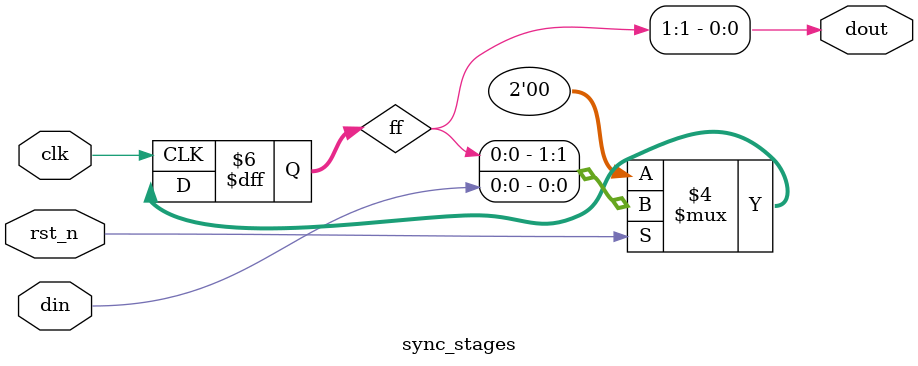
<source format=v>
module sync_stages #(parameter STAGES = 2) (
    input  wire clk,        // destination clock (e.g., SM clock)
    input  wire din,        // asynchronous input (source domain)
    input  wire rst_n,      // synchronous active-low reset
    output wire dout        // synchronized output
);
    // shift register of flip-flops
    reg [STAGES-1:0] ff;
    always @(posedge clk) begin
        if (!rst_n) ff <= {STAGES{1'b0}};   // synchronous reset
        else        ff <= {ff[STAGES-2:0], din}; // shift in asynchronous bit
    end
    assign dout = ff[STAGES-1];
endmodule
</source>
